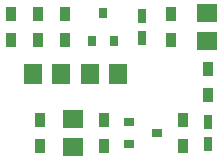
<source format=gtp>
G04 #@! TF.FileFunction,Paste,Top*
%FSLAX46Y46*%
G04 Gerber Fmt 4.6, Leading zero omitted, Abs format (unit mm)*
G04 Created by KiCad (PCBNEW 4.0.7) date 03/02/18 07:07:43*
%MOMM*%
%LPD*%
G01*
G04 APERTURE LIST*
%ADD10C,0.100000*%
%ADD11R,0.800000X0.900000*%
%ADD12R,0.900000X1.200000*%
%ADD13R,0.750000X1.200000*%
%ADD14R,1.800860X1.549400*%
%ADD15R,1.549400X1.800860*%
%ADD16R,0.900000X0.800000*%
G04 APERTURE END LIST*
D10*
D11*
X167150000Y-79200000D03*
X169050000Y-79200000D03*
X168100000Y-76800000D03*
D12*
X164900000Y-76900000D03*
X164900000Y-79100000D03*
D13*
X171400000Y-78950000D03*
X171400000Y-77050000D03*
D14*
X176900000Y-79176020D03*
X176900000Y-76823980D03*
D15*
X167023980Y-82000000D03*
X169376020Y-82000000D03*
X162223980Y-82000000D03*
X164576020Y-82000000D03*
D13*
X177000000Y-86050000D03*
X177000000Y-87950000D03*
D14*
X165600000Y-88176020D03*
X165600000Y-85823980D03*
D16*
X170300000Y-86050000D03*
X170300000Y-87950000D03*
X172700000Y-87000000D03*
D12*
X173900000Y-79100000D03*
X173900000Y-76900000D03*
X162600000Y-76900000D03*
X162600000Y-79100000D03*
X174900000Y-85900000D03*
X174900000Y-88100000D03*
X168200000Y-88100000D03*
X168200000Y-85900000D03*
X162800000Y-88100000D03*
X162800000Y-85900000D03*
X160300000Y-76900000D03*
X160300000Y-79100000D03*
X177000000Y-81600000D03*
X177000000Y-83800000D03*
M02*

</source>
